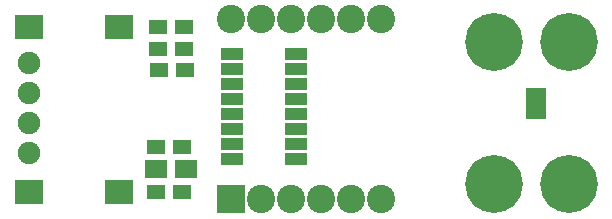
<source format=gbs>
%TF.GenerationSoftware,KiCad,Pcbnew,4.0.4-stable*%
%TF.CreationDate,2017-03-14T02:38:26+02:00*%
%TF.ProjectId,esp-4digit-display,6573702D3464696769742D646973706C,rev?*%
%TF.FileFunction,Soldermask,Bot*%
%FSLAX46Y46*%
G04 Gerber Fmt 4.6, Leading zero omitted, Abs format (unit mm)*
G04 Created by KiCad (PCBNEW 4.0.4-stable) date 03/14/17 02:38:26*
%MOMM*%
%LPD*%
G01*
G04 APERTURE LIST*
%ADD10C,0.200000*%
%ADD11R,1.900000X1.000000*%
%ADD12R,2.432000X2.432000*%
%ADD13C,2.400000*%
%ADD14R,1.600000X1.300000*%
%ADD15R,2.400000X2.000000*%
%ADD16C,1.900000*%
%ADD17R,1.900000X1.650000*%
%ADD18C,4.900880*%
%ADD19R,1.670000X1.370000*%
G04 APERTURE END LIST*
D10*
D11*
X153449000Y-93726000D03*
X153449000Y-94996000D03*
X153449000Y-96266000D03*
X153449000Y-97536000D03*
X153449000Y-98806000D03*
X153449000Y-100076000D03*
X153449000Y-101346000D03*
X153449000Y-102616000D03*
X148049000Y-102616000D03*
X148049000Y-101346000D03*
X148049000Y-100076000D03*
X148049000Y-98806000D03*
X148049000Y-97536000D03*
X148049000Y-96266000D03*
X148049000Y-94996000D03*
X148049000Y-93726000D03*
D12*
X147955000Y-106045000D03*
D13*
X150495000Y-106045000D03*
X153035000Y-106045000D03*
X155575000Y-106045000D03*
X158115000Y-106045000D03*
X160655000Y-106045000D03*
X155575000Y-90805000D03*
X158115000Y-90805000D03*
X147955000Y-90805000D03*
X150495000Y-90805000D03*
X160655000Y-90805000D03*
X153035000Y-90805000D03*
D14*
X144018000Y-95123000D03*
X141818000Y-95123000D03*
X143805000Y-105410000D03*
X141605000Y-105410000D03*
X141605000Y-101600000D03*
X143805000Y-101600000D03*
X141775000Y-93345000D03*
X143975000Y-93345000D03*
X143975000Y-91440000D03*
X141775000Y-91440000D03*
D15*
X130810000Y-91440000D03*
X138430000Y-91440000D03*
X138430000Y-105410000D03*
X130810000Y-105410000D03*
D16*
X130810000Y-99568000D03*
X130810000Y-97028000D03*
X130810000Y-102108000D03*
D17*
X144125000Y-103505000D03*
X141625000Y-103505000D03*
D18*
X170180000Y-92710000D03*
X176530000Y-92710000D03*
X170180000Y-104775000D03*
X176530000Y-104775000D03*
D16*
X130810000Y-94488000D03*
D19*
X173736000Y-97272000D03*
X173736000Y-98552000D03*
M02*

</source>
